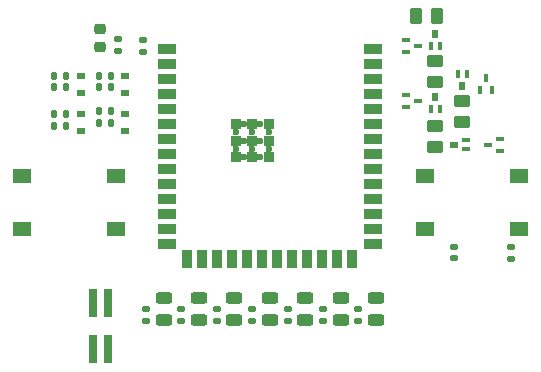
<source format=gts>
%TF.GenerationSoftware,KiCad,Pcbnew,(6.0.9)*%
%TF.CreationDate,2023-02-02T10:43:15+01:00*%
%TF.ProjectId,ESPBoard,45535042-6f61-4726-942e-6b696361645f,rev?*%
%TF.SameCoordinates,Original*%
%TF.FileFunction,Soldermask,Top*%
%TF.FilePolarity,Negative*%
%FSLAX46Y46*%
G04 Gerber Fmt 4.6, Leading zero omitted, Abs format (unit mm)*
G04 Created by KiCad (PCBNEW (6.0.9)) date 2023-02-02 10:43:15*
%MOMM*%
%LPD*%
G01*
G04 APERTURE LIST*
G04 Aperture macros list*
%AMRoundRect*
0 Rectangle with rounded corners*
0 $1 Rounding radius*
0 $2 $3 $4 $5 $6 $7 $8 $9 X,Y pos of 4 corners*
0 Add a 4 corners polygon primitive as box body*
4,1,4,$2,$3,$4,$5,$6,$7,$8,$9,$2,$3,0*
0 Add four circle primitives for the rounded corners*
1,1,$1+$1,$2,$3*
1,1,$1+$1,$4,$5*
1,1,$1+$1,$6,$7*
1,1,$1+$1,$8,$9*
0 Add four rect primitives between the rounded corners*
20,1,$1+$1,$2,$3,$4,$5,0*
20,1,$1+$1,$4,$5,$6,$7,0*
20,1,$1+$1,$6,$7,$8,$9,0*
20,1,$1+$1,$8,$9,$2,$3,0*%
G04 Aperture macros list end*
%ADD10R,1.500000X0.900000*%
%ADD11R,0.900000X1.500000*%
%ADD12R,0.900000X0.900000*%
%ADD13C,0.600000*%
%ADD14RoundRect,0.250000X-0.450000X0.262500X-0.450000X-0.262500X0.450000X-0.262500X0.450000X0.262500X0*%
%ADD15R,0.500000X0.700000*%
%ADD16R,0.400000X0.700000*%
%ADD17RoundRect,0.135000X-0.185000X0.135000X-0.185000X-0.135000X0.185000X-0.135000X0.185000X0.135000X0*%
%ADD18RoundRect,0.135000X0.135000X0.185000X-0.135000X0.185000X-0.135000X-0.185000X0.135000X-0.185000X0*%
%ADD19R,0.700000X0.600000*%
%ADD20RoundRect,0.243750X-0.456250X0.243750X-0.456250X-0.243750X0.456250X-0.243750X0.456250X0.243750X0*%
%ADD21RoundRect,0.135000X0.185000X-0.135000X0.185000X0.135000X-0.185000X0.135000X-0.185000X-0.135000X0*%
%ADD22R,0.700000X0.400000*%
%ADD23R,1.550000X1.300000*%
%ADD24RoundRect,0.250000X0.450000X-0.262500X0.450000X0.262500X-0.450000X0.262500X-0.450000X-0.262500X0*%
%ADD25R,0.740000X2.400000*%
%ADD26RoundRect,0.250000X0.262500X0.450000X-0.262500X0.450000X-0.262500X-0.450000X0.262500X-0.450000X0*%
%ADD27RoundRect,0.225000X0.250000X-0.225000X0.250000X0.225000X-0.250000X0.225000X-0.250000X-0.225000X0*%
%ADD28RoundRect,0.135000X-0.135000X-0.185000X0.135000X-0.185000X0.135000X0.185000X-0.135000X0.185000X0*%
%ADD29RoundRect,0.140000X0.170000X-0.140000X0.170000X0.140000X-0.170000X0.140000X-0.170000X-0.140000X0*%
%ADD30R,0.700000X0.500000*%
G04 APERTURE END LIST*
D10*
%TO.C,U301*%
X141250000Y-87040000D03*
X141250000Y-88310000D03*
X141250000Y-89580000D03*
X141250000Y-90850000D03*
X141250000Y-92120000D03*
X141250000Y-93390000D03*
X141250000Y-94660000D03*
X141250000Y-95930000D03*
X141250000Y-97200000D03*
X141250000Y-98470000D03*
X141250000Y-99740000D03*
X141250000Y-101010000D03*
X141250000Y-102280000D03*
X141250000Y-103550000D03*
D11*
X143015000Y-104800000D03*
X144285000Y-104800000D03*
X145555000Y-104800000D03*
X146825000Y-104800000D03*
X148095000Y-104800000D03*
X149365000Y-104800000D03*
X150635000Y-104800000D03*
X151905000Y-104800000D03*
X153175000Y-104800000D03*
X154445000Y-104800000D03*
X155715000Y-104800000D03*
X156985000Y-104800000D03*
D10*
X158750000Y-103550000D03*
X158750000Y-102280000D03*
X158750000Y-101010000D03*
X158750000Y-99740000D03*
X158750000Y-98470000D03*
X158750000Y-97200000D03*
X158750000Y-95930000D03*
X158750000Y-94660000D03*
X158750000Y-93390000D03*
X158750000Y-92120000D03*
X158750000Y-90850000D03*
X158750000Y-89580000D03*
X158750000Y-88310000D03*
X158750000Y-87040000D03*
D12*
X147100000Y-96160000D03*
D13*
X149200000Y-93360000D03*
X147100000Y-95460000D03*
X147800000Y-93360000D03*
D12*
X147100000Y-94760000D03*
D13*
X148500000Y-95460000D03*
D12*
X148500000Y-96160000D03*
X148500000Y-94760000D03*
D13*
X147800000Y-94760000D03*
D12*
X149900000Y-94760000D03*
D13*
X147100000Y-94060000D03*
D12*
X149900000Y-96160000D03*
D13*
X149200000Y-94760000D03*
D12*
X148500000Y-93360000D03*
X149900000Y-93360000D03*
D13*
X149200000Y-96160000D03*
X148500000Y-94060000D03*
D12*
X147100000Y-93360000D03*
D13*
X149900000Y-94060000D03*
X149900000Y-95460000D03*
X147800000Y-96160000D03*
%TD*%
D14*
%TO.C,R403*%
X166250000Y-91387500D03*
X166250000Y-93212500D03*
%TD*%
D15*
%TO.C,Q406*%
X164000000Y-91100000D03*
D16*
X163600000Y-92100000D03*
X164400000Y-92100000D03*
%TD*%
D17*
%TO.C,R309*%
X142500000Y-108990000D03*
X142500000Y-110010000D03*
%TD*%
D18*
%TO.C,R418*%
X132760000Y-89250000D03*
X131740000Y-89250000D03*
%TD*%
D19*
%TO.C,D402*%
X137750000Y-92550000D03*
X137750000Y-93950000D03*
%TD*%
D20*
%TO.C,D304*%
X150000000Y-108062500D03*
X150000000Y-109937500D03*
%TD*%
D17*
%TO.C,R310*%
X145500000Y-108990000D03*
X145500000Y-110010000D03*
%TD*%
D21*
%TO.C,R302*%
X170430000Y-104780000D03*
X170430000Y-103760000D03*
%TD*%
D18*
%TO.C,R416*%
X136510000Y-92250000D03*
X135490000Y-92250000D03*
%TD*%
D22*
%TO.C,Q403*%
X168500000Y-95100000D03*
X169500000Y-95600000D03*
X169500000Y-94600000D03*
%TD*%
D16*
%TO.C,Q401*%
X168300000Y-89500000D03*
X167800000Y-90500000D03*
X168800000Y-90500000D03*
%TD*%
D23*
%TO.C,SW301*%
X129015000Y-102250000D03*
X136965000Y-102250000D03*
X129015000Y-97750000D03*
X136965000Y-97750000D03*
%TD*%
D19*
%TO.C,D403*%
X134000000Y-89300000D03*
X134000000Y-90700000D03*
%TD*%
D15*
%TO.C,Q402*%
X166300000Y-90100000D03*
D16*
X166700000Y-89100000D03*
X165900000Y-89100000D03*
%TD*%
D20*
%TO.C,D305*%
X153000000Y-108062500D03*
X153000000Y-109937500D03*
%TD*%
D22*
%TO.C,Q407*%
X162500000Y-86750000D03*
X161500000Y-86250000D03*
X161500000Y-87250000D03*
%TD*%
D24*
%TO.C,R406*%
X164000000Y-95312500D03*
X164000000Y-93487500D03*
%TD*%
D25*
%TO.C,J205*%
X136265000Y-108500000D03*
X136265000Y-112400000D03*
X134995000Y-108500000D03*
X134995000Y-112400000D03*
%TD*%
D26*
%TO.C,R412*%
X164162500Y-84250000D03*
X162337500Y-84250000D03*
%TD*%
D23*
%TO.C,SW302*%
X163125000Y-97750000D03*
X171075000Y-97750000D03*
X171075000Y-102250000D03*
X163125000Y-102250000D03*
%TD*%
D19*
%TO.C,D404*%
X137750000Y-89300000D03*
X137750000Y-90700000D03*
%TD*%
D18*
%TO.C,R420*%
X136510000Y-89250000D03*
X135490000Y-89250000D03*
%TD*%
D27*
%TO.C,C303*%
X135650000Y-86875000D03*
X135650000Y-85325000D03*
%TD*%
D28*
%TO.C,R419*%
X135490000Y-90250000D03*
X136510000Y-90250000D03*
%TD*%
D20*
%TO.C,D301*%
X141000000Y-108062500D03*
X141000000Y-109937500D03*
%TD*%
D19*
%TO.C,D401*%
X134000000Y-92550000D03*
X134000000Y-93950000D03*
%TD*%
D17*
%TO.C,R314*%
X157500000Y-108990000D03*
X157500000Y-110010000D03*
%TD*%
D24*
%TO.C,R409*%
X164000000Y-89812500D03*
X164000000Y-87987500D03*
%TD*%
D20*
%TO.C,D302*%
X144000000Y-108062500D03*
X144000000Y-109937500D03*
%TD*%
D17*
%TO.C,R301*%
X137120000Y-86140000D03*
X137120000Y-87160000D03*
%TD*%
D20*
%TO.C,D307*%
X159000000Y-108062500D03*
X159000000Y-109937500D03*
%TD*%
D22*
%TO.C,Q405*%
X162500000Y-91400000D03*
X161500000Y-90900000D03*
X161500000Y-91900000D03*
%TD*%
D28*
%TO.C,R417*%
X131740000Y-90250000D03*
X132760000Y-90250000D03*
%TD*%
D17*
%TO.C,R311*%
X148500000Y-108990000D03*
X148500000Y-110010000D03*
%TD*%
D15*
%TO.C,Q408*%
X164000000Y-85750000D03*
D16*
X163600000Y-86750000D03*
X164400000Y-86750000D03*
%TD*%
D17*
%TO.C,R308*%
X139500000Y-108990000D03*
X139500000Y-110010000D03*
%TD*%
%TO.C,R312*%
X151500000Y-108990000D03*
X151500000Y-110010000D03*
%TD*%
D29*
%TO.C,C304*%
X165630000Y-104720000D03*
X165630000Y-103760000D03*
%TD*%
D20*
%TO.C,D306*%
X156000000Y-108062500D03*
X156000000Y-109937500D03*
%TD*%
D29*
%TO.C,C302*%
X139250000Y-87230000D03*
X139250000Y-86270000D03*
%TD*%
D20*
%TO.C,D303*%
X147000000Y-108062500D03*
X147000000Y-109937500D03*
%TD*%
D30*
%TO.C,Q404*%
X165600000Y-95100000D03*
D22*
X166600000Y-95500000D03*
X166600000Y-94700000D03*
%TD*%
D17*
%TO.C,R313*%
X154500000Y-108990000D03*
X154500000Y-110010000D03*
%TD*%
D18*
%TO.C,R414*%
X132760000Y-92500000D03*
X131740000Y-92500000D03*
%TD*%
D28*
%TO.C,R413*%
X131740000Y-93500000D03*
X132760000Y-93500000D03*
%TD*%
%TO.C,R415*%
X135490000Y-93250000D03*
X136510000Y-93250000D03*
%TD*%
M02*

</source>
